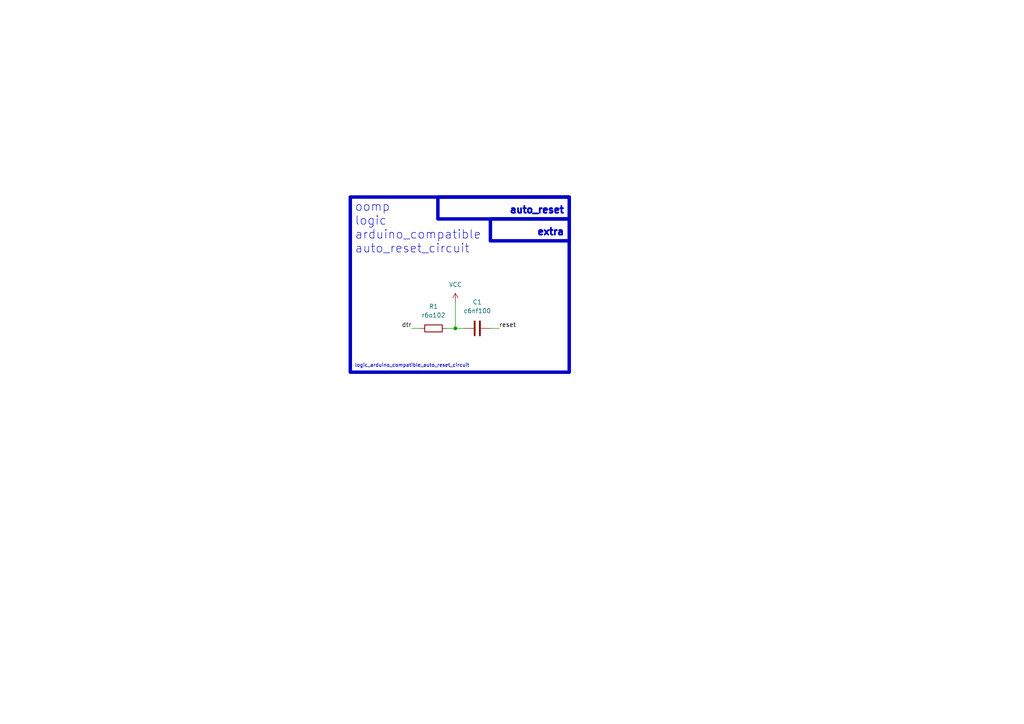
<source format=kicad_sch>
(kicad_sch (version 20230121) (generator eeschema)
  (paper "A4")
  (lib_symbols
    (symbol "c6nf100_electronic_capacitor_0603_100_nano_farad_1" (pin_numbers hide) (pin_names (offset 0.254))
      (property "Reference" "C" (at 0.635 2.54 0))
      (property "Value" "c6nf100_electronic_capacitor_0603_100_nano_farad" (at 0.635 -2.54 0))
      (symbol "c6nf100_electronic_capacitor_0603_100_nano_farad_1_0_1"
        (polyline (pts (xy -2.032 -0.762) (xy 2.032 -0.762)) (stroke (width 0.508)))
        (polyline (pts (xy -2.032 0.762) (xy 2.032 0.762)) (stroke (width 0.508)))
      )
      (symbol "c6nf100_electronic_capacitor_0603_100_nano_farad_1_1_1"
        (pin passive line (at 0 3.81 270) (length 2.794) (name "~") (number "1"))
        (pin passive line (at 0 -3.81 90) (length 2.794) (name "~") (number "2"))
      )
    )
    (symbol "oomlout_oomp_part_symbols:r6o102_electronic_resistor_0603_1000_ohm" (pin_numbers hide) (pin_names (offset 0))
      (property "Reference" "R" (at 2.032 0 90))
      (property "Value" "r6o102_electronic_resistor_0603_1000_ohm" (at 0 0 90))
      (symbol "r6o102_electronic_resistor_0603_1000_ohm_0_1"
        (rectangle (start -1.016 -2.54) (end 1.016 2.54) (stroke (width 0.254)))
      )
      (symbol "r6o102_electronic_resistor_0603_1000_ohm_1_1"
        (pin passive line (at 0 3.81 270) (length 1.27) (name "~") (number "1"))
        (pin passive line (at 0 -3.81 90) (length 1.27) (name "~") (number "2"))
      )
    )
    (symbol "power:VCC" (power) (pin_names (offset 0))
      (property "Value" "VCC" (at 0 3.81 0))
      (symbol "VCC_0_1"
        (polyline (pts (xy -0.762 1.27) (xy 0 2.54)))
        (polyline (pts (xy 0 0) (xy 0 2.54)))
        (polyline (pts (xy 0 2.54) (xy 0.762 1.27)))
      )
      (symbol "VCC_1_1"
        (pin power_in line (at 0 0 90) (length 0) hide (name "VCC") (number "1"))
      )
    )
  )
  (junction (at 132.08 95.25))
  (wire (pts (xy 132.08 95.25) (xy 129.54 95.25)))
  (wire (pts (xy 132.08 95.25) (xy 134.62 95.25)))
  (wire (pts (xy 142.24 95.25) (xy 144.78 95.25)))
  (wire (pts (xy 119.38 95.25) (xy 121.92 95.25)))
  (wire (pts (xy 132.08 87.63) (xy 132.08 95.25)))
  (rectangle (start 127 57.15) (end 165.1 63.5) (stroke (width 1)))
  (rectangle (start 101.6 57.15) (end 165.1 107.95) (stroke (width 1)))
  (rectangle (start 142.24 63.5) (end 165.1 69.85) (stroke (width 1)))
  (text "extra" (at 163.83 68.58 0) (effects (font (size 2 2) (thickness 0.8) bold) (justify right bottom)))
  (text "auto_reset" (at 163.83 62.23 0) (effects (font (size 2 2) (thickness 0.8) bold) (justify right bottom)))
  (text "logic_arduino_compatible_auto_reset_circuit" (at 102.87 106.68 0) (effects (font (size 1 1)) (justify left bottom)))
  (text "oomp\nlogic\narduino_compatible\nauto_reset_circuit" (at 102.87 73.66 0) (effects (font (size 2.5 2.5)) (justify left bottom)))
  (label "dtr" (at 119.38 95.25 180))
  (label "reset" (at 144.78 95.25 0))
  (symbol (lib_name "c6nf100_electronic_capacitor_0603_100_nano_farad_1") (lib_id "oomlout_oomp_part_symbols:c6nf100_electronic_capacitor_0603_100_nano_farad") (at 138.43 95.25 90) (unit 1)
    (property "Reference" "C1" (at 138.43 87.63 90))
    (property "Value" "c6nf100" (at 138.43 90.17 90))
    (property "Footprint" "oomlout_oomp_part_footprints:c6nf100_electronic_capacitor_0603_100_nano_farad" (effects hide))
    (property "Datasheet" "https://github.com/oomlout/oomlout_oomp_v3/parts/electronic_capacitor_0603_100_nano_farad/datasheet.pdf" (effects hide))
  )
  (symbol (lib_id "oomlout_oomp_part_symbols:r6o102_electronic_resistor_0603_1000_ohm") (at 125.73 95.25 90) (unit 1)
    (property "Reference" "R1" (at 125.73 88.9 90))
    (property "Value" "r6o102" (at 125.73 91.44 90))
    (property "Footprint" "oomlout_oomp_part_footprints:r6o102_electronic_resistor_0603_1000_ohm" (effects hide))
    (property "Datasheet" "https://github.com/oomlout/oomlout_oomp_v3/parts/electronic_resistor_0603_1000_ohm/datasheet.pdf" (effects hide))
  )
  (symbol (lib_id "power:VCC") (at 132.08 87.63 0) (unit 1)
    (property "Reference" "#PWR01" (effects hide))
    (property "Value" "VCC" (at 132.08 82.55 0))
  )
)
</source>
